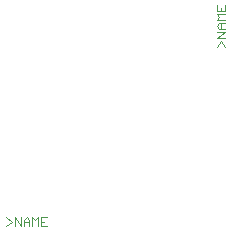
<source format=gbo>
G75*
%MOIN*%
%OFA0B0*%
%FSLAX25Y25*%
%IPPOS*%
%LPD*%
%AMOC8*
5,1,8,0,0,1.08239X$1,22.5*
%
%ADD10C,0.00300*%
D10*
X0060418Y0059847D02*
X0062353Y0061298D01*
X0060418Y0062749D01*
X0063364Y0062749D02*
X0065299Y0059847D01*
X0065299Y0062749D01*
X0066311Y0061782D02*
X0067278Y0062749D01*
X0068246Y0061782D01*
X0068246Y0059847D01*
X0069257Y0059847D02*
X0069257Y0062749D01*
X0070225Y0061782D01*
X0071192Y0062749D01*
X0071192Y0059847D01*
X0072204Y0059847D02*
X0074139Y0059847D01*
X0073171Y0061298D02*
X0072204Y0061298D01*
X0072204Y0062749D02*
X0072204Y0059847D01*
X0072204Y0062749D02*
X0074139Y0062749D01*
X0068246Y0061298D02*
X0066311Y0061298D01*
X0066311Y0061782D02*
X0066311Y0059847D01*
X0063364Y0059847D02*
X0063364Y0062749D01*
X0130623Y0119639D02*
X0132074Y0121574D01*
X0133525Y0119639D01*
X0133525Y0122586D02*
X0130623Y0122586D01*
X0133525Y0124521D01*
X0130623Y0124521D01*
X0131590Y0125532D02*
X0130623Y0126500D01*
X0131590Y0127467D01*
X0133525Y0127467D01*
X0133525Y0128479D02*
X0130623Y0128479D01*
X0131590Y0129446D01*
X0130623Y0130414D01*
X0133525Y0130414D01*
X0133525Y0131425D02*
X0133525Y0133360D01*
X0132074Y0132393D02*
X0132074Y0131425D01*
X0130623Y0131425D02*
X0133525Y0131425D01*
X0130623Y0131425D02*
X0130623Y0133360D01*
X0132074Y0127467D02*
X0132074Y0125532D01*
X0131590Y0125532D02*
X0133525Y0125532D01*
M02*

</source>
